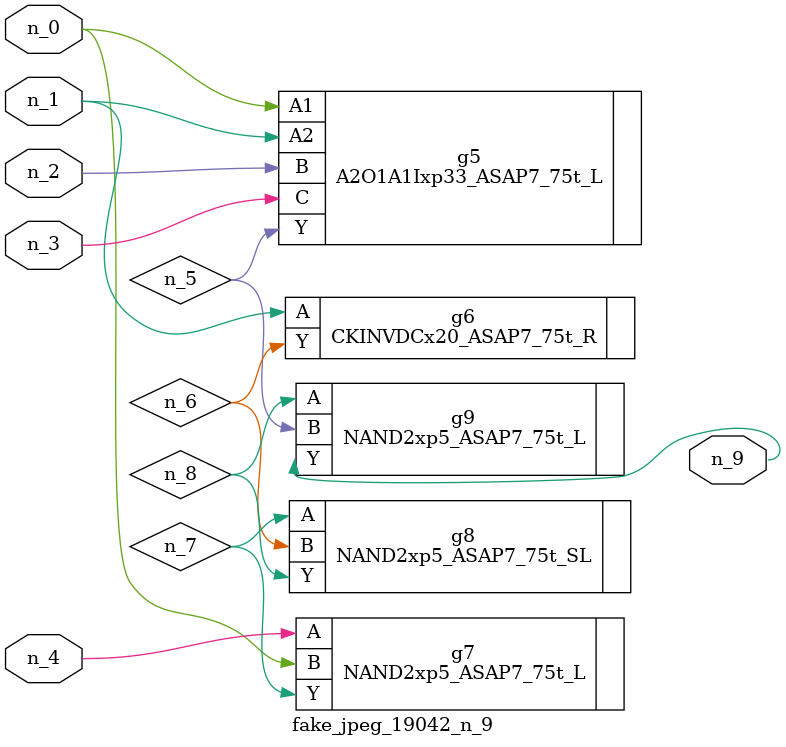
<source format=v>
module fake_jpeg_19042_n_9 (n_3, n_2, n_1, n_0, n_4, n_9);

input n_3;
input n_2;
input n_1;
input n_0;
input n_4;

output n_9;

wire n_8;
wire n_6;
wire n_5;
wire n_7;

A2O1A1Ixp33_ASAP7_75t_L g5 ( 
.A1(n_0),
.A2(n_1),
.B(n_2),
.C(n_3),
.Y(n_5)
);

CKINVDCx20_ASAP7_75t_R g6 ( 
.A(n_1),
.Y(n_6)
);

NAND2xp5_ASAP7_75t_L g7 ( 
.A(n_4),
.B(n_0),
.Y(n_7)
);

NAND2xp5_ASAP7_75t_SL g8 ( 
.A(n_7),
.B(n_6),
.Y(n_8)
);

NAND2xp5_ASAP7_75t_L g9 ( 
.A(n_8),
.B(n_5),
.Y(n_9)
);


endmodule
</source>
